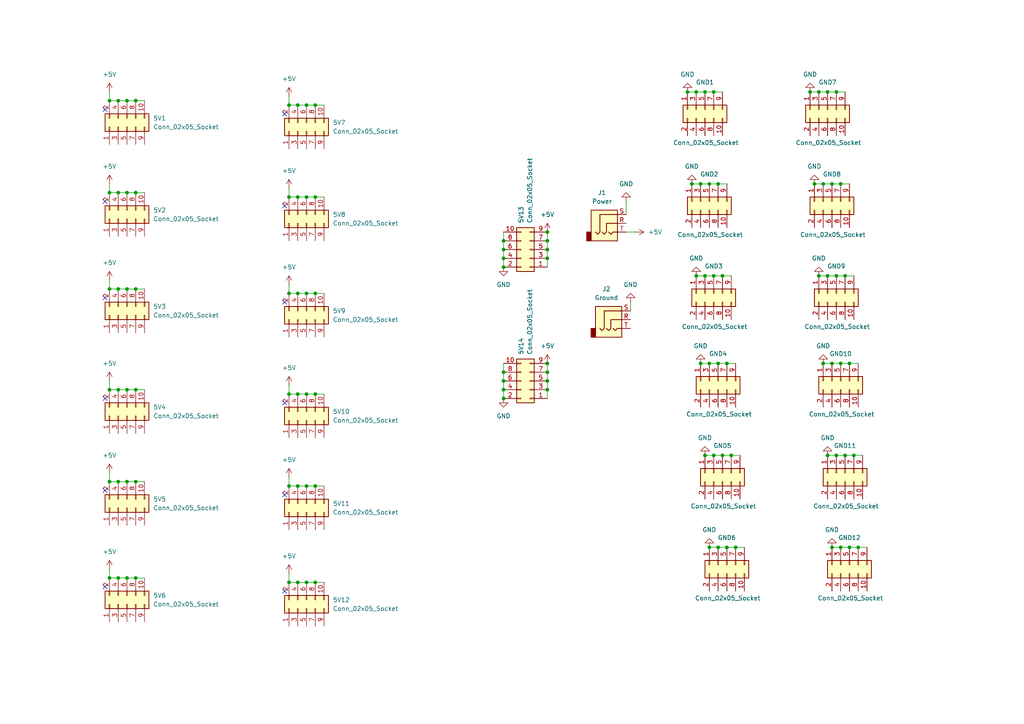
<source format=kicad_sch>
(kicad_sch (version 20231120) (generator "eeschema") (generator_version "8.0")
  (paper "A4")
  (lib_symbols
    (symbol "Connector_Audio:AudioJack3"
      (property "Reference" "J" (at 0 8.89 0))
      (property "Value" "AudioJack3" (at 0 6.35 0))
      (symbol "AudioJack3_0_1"
        (rectangle (start -5.08 -5.08) (end -6.35 -2.54) (stroke (width 0.254)) (fill (type outline)))
        (polyline (pts (xy 0 -2.54) (xy 0.635 -3.175) (xy 1.27 -2.54) (xy 2.54 -2.54)) (stroke (width 0.254)))
        (polyline (pts (xy -1.905 -2.54) (xy -1.27 -3.175) (xy -0.635 -2.54) (xy -0.635 0) (xy 2.54 0)) (stroke (width 0.254)))
        (polyline (pts (xy 2.54 2.54) (xy -2.54 2.54) (xy -2.54 -2.54) (xy -3.175 -3.175) (xy -3.81 -2.54)) (stroke (width 0.254)))
        (rectangle (start 2.54 3.81) (end -5.08 -5.08) (stroke (width 0.254)) (fill (type background)))
      )
      (symbol "AudioJack3_1_1"
        (pin passive line (at 5.08 0 180) (length 2.54) (name "~") (number "R"))
        (pin passive line (at 5.08 2.54 180) (length 2.54) (name "~") (number "S"))
        (pin passive line (at 5.08 -2.54 180) (length 2.54) (name "~") (number "T"))
      )
    )
    (symbol "Connector_Generic:Conn_02x05_Odd_Even" (pin_names (offset 1.016) hide)
      (property "Reference" "J" (at 1.27 7.62 0))
      (property "Value" "Conn_02x05_Odd_Even" (at 1.27 -7.62 0))
      (symbol "Conn_02x05_Odd_Even_1_1"
        (rectangle (start -1.27 -4.953) (end 0 -5.207) (stroke (width 0.1524)))
        (rectangle (start -1.27 -2.413) (end 0 -2.667) (stroke (width 0.1524)))
        (rectangle (start -1.27 0.127) (end 0 -0.127) (stroke (width 0.1524)))
        (rectangle (start -1.27 2.667) (end 0 2.413) (stroke (width 0.1524)))
        (rectangle (start -1.27 5.207) (end 0 4.953) (stroke (width 0.1524)))
        (rectangle (start -1.27 6.35) (end 3.81 -6.35) (stroke (width 0.254)) (fill (type background)))
        (rectangle (start 3.81 -4.953) (end 2.54 -5.207) (stroke (width 0.1524)))
        (rectangle (start 3.81 -2.413) (end 2.54 -2.667) (stroke (width 0.1524)))
        (rectangle (start 3.81 0.127) (end 2.54 -0.127) (stroke (width 0.1524)))
        (rectangle (start 3.81 2.667) (end 2.54 2.413) (stroke (width 0.1524)))
        (rectangle (start 3.81 5.207) (end 2.54 4.953) (stroke (width 0.1524)))
        (pin passive line (at -5.08 5.08 0) (length 3.81) (name "Pin_1") (number "1"))
        (pin passive line (at 7.62 -5.08 180) (length 3.81) (name "Pin_10") (number "10"))
        (pin passive line (at 7.62 5.08 180) (length 3.81) (name "Pin_2") (number "2"))
        (pin passive line (at -5.08 2.54 0) (length 3.81) (name "Pin_3") (number "3"))
        (pin passive line (at 7.62 2.54 180) (length 3.81) (name "Pin_4") (number "4"))
        (pin passive line (at -5.08 0 0) (length 3.81) (name "Pin_5") (number "5"))
        (pin passive line (at 7.62 0 180) (length 3.81) (name "Pin_6") (number "6"))
        (pin passive line (at -5.08 -2.54 0) (length 3.81) (name "Pin_7") (number "7"))
        (pin passive line (at 7.62 -2.54 180) (length 3.81) (name "Pin_8") (number "8"))
        (pin passive line (at -5.08 -5.08 0) (length 3.81) (name "Pin_9") (number "9"))
      )
    )
    (symbol "power:+5V" (power) (pin_numbers hide) (pin_names (offset 0) hide)
      (property "Value" "+5V" (at 0 3.556 0))
      (symbol "+5V_0_1"
        (polyline (pts (xy -0.762 1.27) (xy 0 2.54)))
        (polyline (pts (xy 0 0) (xy 0 2.54)))
        (polyline (pts (xy 0 2.54) (xy 0.762 1.27)))
      )
      (symbol "+5V_1_1"
        (pin power_in line (at 0 0 90) (length 0) (name "~") (number "1"))
      )
    )
    (symbol "power:GND" (power) (pin_numbers hide) (pin_names (offset 0) hide)
      (property "Value" "GND" (at 0 -3.81 0))
      (symbol "GND_0_1"
        (polyline (pts (xy 0 0) (xy 0 -1.27) (xy 1.27 -1.27) (xy 0 -2.54) (xy -1.27 -1.27) (xy 0 -1.27)))
      )
      (symbol "GND_1_1"
        (pin power_in line (at 0 0 270) (length 0) (name "~") (number "1"))
      )
    )
  )
  (junction (at 36.83 29.21))
  (junction (at 247.65 132.08))
  (junction (at 158.75 74.93))
  (junction (at 34.29 167.64))
  (junction (at 88.9 140.97))
  (junction (at 243.84 105.41))
  (junction (at 208.28 53.34))
  (junction (at 241.3 53.34))
  (junction (at 210.82 105.41))
  (junction (at 34.29 29.21))
  (junction (at 201.93 80.01))
  (junction (at 204.47 80.01))
  (junction (at 31.75 167.64))
  (junction (at 39.37 139.7))
  (junction (at 83.82 30.48))
  (junction (at 242.57 132.08))
  (junction (at 240.03 26.67))
  (junction (at 204.47 132.08))
  (junction (at 146.05 74.93))
  (junction (at 31.75 113.03))
  (junction (at 242.57 80.01))
  (junction (at 39.37 29.21))
  (junction (at 34.29 83.82))
  (junction (at 83.82 85.09))
  (junction (at 158.75 110.49))
  (junction (at 245.11 132.08))
  (junction (at 86.36 30.48))
  (junction (at 31.75 29.21))
  (junction (at 146.05 69.85))
  (junction (at 88.9 57.15))
  (junction (at 34.29 113.03))
  (junction (at 243.84 158.75))
  (junction (at 204.47 26.67))
  (junction (at 36.83 83.82))
  (junction (at 207.01 80.01))
  (junction (at 146.05 72.39))
  (junction (at 158.75 69.85))
  (junction (at 91.44 114.3))
  (junction (at 241.3 158.75))
  (junction (at 88.9 114.3))
  (junction (at 34.29 139.7))
  (junction (at 243.84 53.34))
  (junction (at 88.9 85.09))
  (junction (at 238.76 53.34))
  (junction (at 91.44 140.97))
  (junction (at 158.75 113.03))
  (junction (at 240.03 132.08))
  (junction (at 34.29 55.88))
  (junction (at 208.28 105.41))
  (junction (at 39.37 83.82))
  (junction (at 83.82 114.3))
  (junction (at 146.05 107.95))
  (junction (at 209.55 80.01))
  (junction (at 213.36 158.75))
  (junction (at 36.83 55.88))
  (junction (at 91.44 30.48))
  (junction (at 158.75 72.39))
  (junction (at 88.9 168.91))
  (junction (at 248.92 158.75))
  (junction (at 245.11 80.01))
  (junction (at 83.82 57.15))
  (junction (at 31.75 83.82))
  (junction (at 203.2 105.41))
  (junction (at 201.93 26.67))
  (junction (at 242.57 26.67))
  (junction (at 205.74 53.34))
  (junction (at 88.9 30.48))
  (junction (at 83.82 140.97))
  (junction (at 207.01 26.67))
  (junction (at 86.36 168.91))
  (junction (at 210.82 158.75))
  (junction (at 207.01 132.08))
  (junction (at 212.09 132.08))
  (junction (at 36.83 167.64))
  (junction (at 158.75 105.41))
  (junction (at 238.76 105.41))
  (junction (at 236.22 53.34))
  (junction (at 86.36 85.09))
  (junction (at 158.75 107.95))
  (junction (at 91.44 85.09))
  (junction (at 36.83 113.03))
  (junction (at 203.2 53.34))
  (junction (at 146.05 113.03))
  (junction (at 39.37 167.64))
  (junction (at 86.36 140.97))
  (junction (at 246.38 105.41))
  (junction (at 91.44 168.91))
  (junction (at 208.28 158.75))
  (junction (at 86.36 57.15))
  (junction (at 158.75 67.31))
  (junction (at 146.05 77.47))
  (junction (at 39.37 113.03))
  (junction (at 146.05 110.49))
  (junction (at 36.83 139.7))
  (junction (at 31.75 139.7))
  (junction (at 241.3 105.41))
  (junction (at 39.37 55.88))
  (junction (at 240.03 80.01))
  (junction (at 237.49 80.01))
  (junction (at 237.49 26.67))
  (junction (at 146.05 115.57))
  (junction (at 234.95 26.67))
  (junction (at 91.44 57.15))
  (junction (at 200.66 53.34))
  (junction (at 205.74 105.41))
  (junction (at 83.82 168.91))
  (junction (at 86.36 114.3))
  (junction (at 246.38 158.75))
  (junction (at 205.74 158.75))
  (junction (at 31.75 55.88))
  (junction (at 209.55 132.08))
  (junction (at 199.39 26.67))
  (no_connect (at 82.55 59.69))
  (no_connect (at 82.55 33.02))
  (no_connect (at 82.55 143.51))
  (no_connect (at 30.48 142.24))
  (no_connect (at 30.48 86.36))
  (no_connect (at 30.48 58.42))
  (no_connect (at 82.55 116.84))
  (no_connect (at 82.55 87.63))
  (no_connect (at 30.48 170.18))
  (no_connect (at 82.55 171.45))
  (no_connect (at 30.48 31.75))
  (no_connect (at 30.48 115.57))
  (wire (pts (xy 146.05 110.49) (xy 146.05 113.03)))
  (wire (pts (xy 31.75 55.88) (xy 34.29 55.88)))
  (wire (pts (xy 31.75 55.88) (xy 31.75 53.34)))
  (wire (pts (xy 91.44 57.15) (xy 93.98 57.15)))
  (wire (pts (xy 146.05 105.41) (xy 146.05 107.95)))
  (wire (pts (xy 243.84 53.34) (xy 246.38 53.34)))
  (wire (pts (xy 245.11 80.01) (xy 247.65 80.01)))
  (wire (pts (xy 158.75 72.39) (xy 158.75 74.93)))
  (wire (pts (xy 203.2 105.41) (xy 205.74 105.41)))
  (wire (pts (xy 243.84 105.41) (xy 246.38 105.41)))
  (wire (pts (xy 31.75 29.21) (xy 31.75 26.67)))
  (wire (pts (xy 212.09 132.08) (xy 214.63 132.08)))
  (wire (pts (xy 83.82 114.3) (xy 83.82 111.76)))
  (wire (pts (xy 205.74 158.75) (xy 208.28 158.75)))
  (wire (pts (xy 208.28 105.41) (xy 210.82 105.41)))
  (wire (pts (xy 83.82 114.3) (xy 86.36 114.3)))
  (wire (pts (xy 205.74 64.77) (xy 205.74 66.04)))
  (wire (pts (xy 201.93 26.67) (xy 204.47 26.67)))
  (wire (pts (xy 204.47 80.01) (xy 207.01 80.01)))
  (wire (pts (xy 34.29 113.03) (xy 36.83 113.03)))
  (wire (pts (xy 31.75 83.82) (xy 34.29 83.82)))
  (wire (pts (xy 83.82 57.15) (xy 83.82 54.61)))
  (wire (pts (xy 83.82 57.15) (xy 86.36 57.15)))
  (wire (pts (xy 158.75 69.85) (xy 158.75 72.39)))
  (wire (pts (xy 83.82 85.09) (xy 86.36 85.09)))
  (wire (pts (xy 91.44 168.91) (xy 93.98 168.91)))
  (wire (pts (xy 210.82 105.41) (xy 213.36 105.41)))
  (wire (pts (xy 31.75 139.7) (xy 31.75 137.16)))
  (wire (pts (xy 246.38 158.75) (xy 248.92 158.75)))
  (wire (pts (xy 83.82 140.97) (xy 86.36 140.97)))
  (wire (pts (xy 86.36 57.15) (xy 88.9 57.15)))
  (wire (pts (xy 34.29 139.7) (xy 36.83 139.7)))
  (wire (pts (xy 248.92 158.75) (xy 251.46 158.75)))
  (wire (pts (xy 39.37 113.03) (xy 41.91 113.03)))
  (wire (pts (xy 34.29 29.21) (xy 36.83 29.21)))
  (wire (pts (xy 238.76 105.41) (xy 241.3 105.41)))
  (wire (pts (xy 208.28 53.34) (xy 210.82 53.34)))
  (wire (pts (xy 39.37 29.21) (xy 41.91 29.21)))
  (wire (pts (xy 39.37 139.7) (xy 41.91 139.7)))
  (wire (pts (xy 181.61 58.42) (xy 181.61 62.23)))
  (wire (pts (xy 205.74 53.34) (xy 208.28 53.34)))
  (wire (pts (xy 241.3 105.41) (xy 243.84 105.41)))
  (wire (pts (xy 83.82 168.91) (xy 83.82 166.37)))
  (wire (pts (xy 208.28 116.84) (xy 208.28 118.11)))
  (wire (pts (xy 34.29 167.64) (xy 36.83 167.64)))
  (wire (pts (xy 207.01 91.44) (xy 207.01 92.71)))
  (wire (pts (xy 246.38 170.18) (xy 246.38 171.45)))
  (wire (pts (xy 242.57 26.67) (xy 245.11 26.67)))
  (wire (pts (xy 245.11 143.51) (xy 245.11 144.78)))
  (wire (pts (xy 88.9 114.3) (xy 91.44 114.3)))
  (wire (pts (xy 83.82 30.48) (xy 86.36 30.48)))
  (wire (pts (xy 204.47 38.1) (xy 204.47 39.37)))
  (wire (pts (xy 243.84 116.84) (xy 243.84 118.11)))
  (wire (pts (xy 36.83 55.88) (xy 39.37 55.88)))
  (wire (pts (xy 240.03 38.1) (xy 240.03 39.37)))
  (wire (pts (xy 91.44 85.09) (xy 93.98 85.09)))
  (wire (pts (xy 209.55 143.51) (xy 209.55 144.78)))
  (wire (pts (xy 210.82 158.75) (xy 213.36 158.75)))
  (wire (pts (xy 209.55 132.08) (xy 212.09 132.08)))
  (wire (pts (xy 83.82 168.91) (xy 86.36 168.91)))
  (wire (pts (xy 237.49 26.67) (xy 240.03 26.67)))
  (wire (pts (xy 31.75 29.21) (xy 34.29 29.21)))
  (wire (pts (xy 241.3 158.75) (xy 243.84 158.75)))
  (wire (pts (xy 36.83 139.7) (xy 39.37 139.7)))
  (wire (pts (xy 242.57 91.44) (xy 242.57 92.71)))
  (wire (pts (xy 240.03 80.01) (xy 242.57 80.01)))
  (wire (pts (xy 91.44 114.3) (xy 93.98 114.3)))
  (wire (pts (xy 246.38 105.41) (xy 248.92 105.41)))
  (wire (pts (xy 158.75 113.03) (xy 158.75 115.57)))
  (wire (pts (xy 36.83 83.82) (xy 39.37 83.82)))
  (wire (pts (xy 158.75 67.31) (xy 158.75 69.85)))
  (wire (pts (xy 88.9 85.09) (xy 91.44 85.09)))
  (wire (pts (xy 240.03 26.67) (xy 242.57 26.67)))
  (wire (pts (xy 146.05 74.93) (xy 146.05 77.47)))
  (wire (pts (xy 204.47 26.67) (xy 207.01 26.67)))
  (wire (pts (xy 83.82 140.97) (xy 83.82 138.43)))
  (wire (pts (xy 213.36 158.75) (xy 215.9 158.75)))
  (wire (pts (xy 208.28 158.75) (xy 210.82 158.75)))
  (wire (pts (xy 36.83 29.21) (xy 39.37 29.21)))
  (wire (pts (xy 199.39 26.67) (xy 201.93 26.67)))
  (wire (pts (xy 200.66 53.34) (xy 203.2 53.34)))
  (wire (pts (xy 240.03 132.08) (xy 242.57 132.08)))
  (wire (pts (xy 146.05 113.03) (xy 146.05 115.57)))
  (wire (pts (xy 31.75 83.82) (xy 31.75 81.28)))
  (wire (pts (xy 182.88 87.63) (xy 182.88 90.17)))
  (wire (pts (xy 184.15 67.31) (xy 181.61 67.31)))
  (wire (pts (xy 210.82 170.18) (xy 210.82 171.45)))
  (wire (pts (xy 39.37 167.64) (xy 41.91 167.64)))
  (wire (pts (xy 245.11 132.08) (xy 247.65 132.08)))
  (wire (pts (xy 146.05 107.95) (xy 146.05 110.49)))
  (wire (pts (xy 146.05 69.85) (xy 146.05 72.39)))
  (wire (pts (xy 34.29 55.88) (xy 36.83 55.88)))
  (wire (pts (xy 31.75 167.64) (xy 31.75 165.1)))
  (wire (pts (xy 88.9 30.48) (xy 91.44 30.48)))
  (wire (pts (xy 158.75 74.93) (xy 158.75 77.47)))
  (wire (pts (xy 204.47 132.08) (xy 207.01 132.08)))
  (wire (pts (xy 83.82 85.09) (xy 83.82 82.55)))
  (wire (pts (xy 146.05 67.31) (xy 146.05 69.85)))
  (wire (pts (xy 36.83 113.03) (xy 39.37 113.03)))
  (wire (pts (xy 31.75 113.03) (xy 31.75 110.49)))
  (wire (pts (xy 205.74 105.41) (xy 208.28 105.41)))
  (wire (pts (xy 86.36 30.48) (xy 88.9 30.48)))
  (wire (pts (xy 238.76 53.34) (xy 241.3 53.34)))
  (wire (pts (xy 83.82 30.48) (xy 83.82 27.94)))
  (wire (pts (xy 31.75 167.64) (xy 34.29 167.64)))
  (wire (pts (xy 88.9 57.15) (xy 91.44 57.15)))
  (wire (pts (xy 39.37 83.82) (xy 41.91 83.82)))
  (wire (pts (xy 158.75 110.49) (xy 158.75 113.03)))
  (wire (pts (xy 86.36 114.3) (xy 88.9 114.3)))
  (wire (pts (xy 158.75 105.41) (xy 158.75 107.95)))
  (wire (pts (xy 243.84 158.75) (xy 246.38 158.75)))
  (wire (pts (xy 158.75 107.95) (xy 158.75 110.49)))
  (wire (pts (xy 241.3 53.34) (xy 243.84 53.34)))
  (wire (pts (xy 146.05 72.39) (xy 146.05 74.93)))
  (wire (pts (xy 201.93 80.01) (xy 204.47 80.01)))
  (wire (pts (xy 86.36 168.91) (xy 88.9 168.91)))
  (wire (pts (xy 91.44 140.97) (xy 93.98 140.97)))
  (wire (pts (xy 34.29 83.82) (xy 36.83 83.82)))
  (wire (pts (xy 236.22 53.34) (xy 238.76 53.34)))
  (wire (pts (xy 203.2 53.34) (xy 205.74 53.34)))
  (wire (pts (xy 31.75 113.03) (xy 34.29 113.03)))
  (wire (pts (xy 88.9 168.91) (xy 91.44 168.91)))
  (wire (pts (xy 207.01 80.01) (xy 209.55 80.01)))
  (wire (pts (xy 247.65 132.08) (xy 250.19 132.08)))
  (wire (pts (xy 31.75 139.7) (xy 34.29 139.7)))
  (wire (pts (xy 88.9 140.97) (xy 91.44 140.97)))
  (wire (pts (xy 237.49 80.01) (xy 240.03 80.01)))
  (wire (pts (xy 242.57 132.08) (xy 245.11 132.08)))
  (wire (pts (xy 86.36 140.97) (xy 88.9 140.97)))
  (wire (pts (xy 234.95 26.67) (xy 237.49 26.67)))
  (wire (pts (xy 207.01 132.08) (xy 209.55 132.08)))
  (wire (pts (xy 39.37 55.88) (xy 41.91 55.88)))
  (wire (pts (xy 242.57 80.01) (xy 245.11 80.01)))
  (wire (pts (xy 207.01 26.67) (xy 209.55 26.67)))
  (wire (pts (xy 86.36 85.09) (xy 88.9 85.09)))
  (wire (pts (xy 209.55 80.01) (xy 212.09 80.01)))
  (wire (pts (xy 91.44 30.48) (xy 93.98 30.48)))
  (wire (pts (xy 36.83 167.64) (xy 39.37 167.64)))
  (wire (pts (xy 241.3 64.77) (xy 241.3 66.04)))
  (symbol (lib_id "Connector_Generic:Conn_02x05_Odd_Even") (at 210.82 163.83 90) (mirror x) (unit 1)
    (property "Reference" "GND6" (at 210.82 155.956 90))
    (property "Value" "Conn_02x05_Socket" (at 211.074 173.482 90))
    (property "Footprint" "Connector_PinSocket_2.54mm:PinSocket_2x05_P2.54mm_Vertical" (effects (hide yes)))
    (property "Description" "Generic connector, double row, 02x05, odd/even pin numbering scheme (row 1 odd numbers, row 2 even numbers), script generated (kicad-library-utils/schlib/autogen/connector/)" (effects (hide yes)))
  )
  (symbol (lib_id "Connector_Generic:Conn_02x05_Odd_Even") (at 88.9 176.53 90) (unit 1)
    (property "Reference" "5V12" (at 96.52 173.9899 90) (effects (justify right)))
    (property "Value" "Conn_02x05_Socket" (at 96.52 176.5299 90) (effects (justify right)))
    (property "Footprint" "Connector_PinSocket_2.54mm:PinSocket_2x05_P2.54mm_Vertical" (effects (hide yes)))
    (property "Description" "Generic connector, double row, 02x05, odd/even pin numbering scheme (row 1 odd numbers, row 2 even numbers), script generated (kicad-library-utils/schlib/autogen/connector/)" (effects (hide yes)))
  )
  (symbol (lib_id "power:GND") (at 241.3 158.75 180) (unit 1)
    (property "Reference" "#PWR024" (effects (hide yes)))
    (property "Value" "GND" (at 241.3 153.67 0))
    (property "Description" "Power symbol creates a global label with name \"GND\" , ground" (effects (hide yes)))
  )
  (symbol (lib_id "Connector_Generic:Conn_02x05_Odd_Even") (at 207.01 85.09 90) (mirror x) (unit 1)
    (property "Reference" "GND3" (at 207.01 77.216 90))
    (property "Value" "Conn_02x05_Socket" (at 207.264 94.742 90))
    (property "Footprint" "Connector_PinSocket_2.54mm:PinSocket_2x05_P2.54mm_Vertical" (effects (hide yes)))
    (property "Description" "Generic connector, double row, 02x05, odd/even pin numbering scheme (row 1 odd numbers, row 2 even numbers), script generated (kicad-library-utils/schlib/autogen/connector/)" (effects (hide yes)))
  )
  (symbol (lib_id "Connector_Generic:Conn_02x05_Odd_Even") (at 240.03 31.75 90) (mirror x) (unit 1)
    (property "Reference" "GND7" (at 240.03 23.876 90))
    (property "Value" "Conn_02x05_Socket" (at 240.284 41.402 90))
    (property "Footprint" "Connector_PinSocket_2.54mm:PinSocket_2x05_P2.54mm_Vertical" (effects (hide yes)))
    (property "Description" "Generic connector, double row, 02x05, odd/even pin numbering scheme (row 1 odd numbers, row 2 even numbers), script generated (kicad-library-utils/schlib/autogen/connector/)" (effects (hide yes)))
  )
  (symbol (lib_id "Connector_Generic:Conn_02x05_Odd_Even") (at 36.83 36.83 90) (unit 1)
    (property "Reference" "5V1" (at 44.45 34.2899 90) (effects (justify right)))
    (property "Value" "Conn_02x05_Socket" (at 44.45 36.8299 90) (effects (justify right)))
    (property "Footprint" "Connector_PinSocket_2.54mm:PinSocket_2x05_P2.54mm_Vertical" (effects (hide yes)))
    (property "Description" "Generic connector, double row, 02x05, odd/even pin numbering scheme (row 1 odd numbers, row 2 even numbers), script generated (kicad-library-utils/schlib/autogen/connector/)" (effects (hide yes)))
  )
  (symbol (lib_id "Connector_Generic:Conn_02x05_Odd_Even") (at 88.9 92.71 90) (unit 1)
    (property "Reference" "5V9" (at 96.52 90.1699 90) (effects (justify right)))
    (property "Value" "Conn_02x05_Socket" (at 96.52 92.7099 90) (effects (justify right)))
    (property "Footprint" "Connector_PinSocket_2.54mm:PinSocket_2x05_P2.54mm_Vertical" (effects (hide yes)))
    (property "Description" "Generic connector, double row, 02x05, odd/even pin numbering scheme (row 1 odd numbers, row 2 even numbers), script generated (kicad-library-utils/schlib/autogen/connector/)" (effects (hide yes)))
  )
  (symbol (lib_id "power:GND") (at 146.05 115.57 0) (unit 1)
    (property "Reference" "#PWR027" (effects (hide yes)))
    (property "Value" "GND" (at 146.05 120.65 0))
    (property "Description" "Power symbol creates a global label with name \"GND\" , ground" (effects (hide yes)))
  )
  (symbol (lib_id "power:+5V") (at 158.75 67.31 0) (unit 1)
    (property "Reference" "#PWR025" (effects (hide yes)))
    (property "Value" "+5V" (at 158.75 62.23 0))
    (property "Description" "Power symbol creates a global label with name \"+5V\"" (effects (hide yes)))
  )
  (symbol (lib_id "Connector_Generic:Conn_02x05_Odd_Even") (at 242.57 85.09 90) (mirror x) (unit 1)
    (property "Reference" "GND9" (at 242.57 77.216 90))
    (property "Value" "Conn_02x05_Socket" (at 242.824 94.742 90))
    (property "Footprint" "Connector_PinSocket_2.54mm:PinSocket_2x05_P2.54mm_Vertical" (effects (hide yes)))
    (property "Description" "Generic connector, double row, 02x05, odd/even pin numbering scheme (row 1 odd numbers, row 2 even numbers), script generated (kicad-library-utils/schlib/autogen/connector/)" (effects (hide yes)))
  )
  (symbol (lib_id "power:+5V") (at 31.75 81.28 0) (unit 1)
    (property "Reference" "#PWR07" (effects (hide yes)))
    (property "Value" "+5V" (at 31.75 76.2 0))
    (property "Description" "Power symbol creates a global label with name \"+5V\"" (effects (hide yes)))
  )
  (symbol (lib_id "power:+5V") (at 31.75 137.16 0) (unit 1)
    (property "Reference" "#PWR09" (effects (hide yes)))
    (property "Value" "+5V" (at 31.75 132.08 0))
    (property "Description" "Power symbol creates a global label with name \"+5V\"" (effects (hide yes)))
  )
  (symbol (lib_id "power:+5V") (at 83.82 138.43 0) (unit 1)
    (property "Reference" "#PWR017" (effects (hide yes)))
    (property "Value" "+5V" (at 83.82 133.35 0))
    (property "Description" "Power symbol creates a global label with name \"+5V\"" (effects (hide yes)))
  )
  (symbol (lib_id "power:+5V") (at 31.75 26.67 0) (unit 1)
    (property "Reference" "#PWR01" (effects (hide yes)))
    (property "Value" "+5V" (at 31.75 21.59 0))
    (property "Description" "Power symbol creates a global label with name \"+5V\"" (effects (hide yes)))
  )
  (symbol (lib_id "Connector_Generic:Conn_02x05_Odd_Even") (at 88.9 64.77 90) (unit 1)
    (property "Reference" "5V8" (at 96.52 62.2299 90) (effects (justify right)))
    (property "Value" "Conn_02x05_Socket" (at 96.52 64.7699 90) (effects (justify right)))
    (property "Footprint" "Connector_PinSocket_2.54mm:PinSocket_2x05_P2.54mm_Vertical" (effects (hide yes)))
    (property "Description" "Generic connector, double row, 02x05, odd/even pin numbering scheme (row 1 odd numbers, row 2 even numbers), script generated (kicad-library-utils/schlib/autogen/connector/)" (effects (hide yes)))
  )
  (symbol (lib_id "power:GND") (at 199.39 26.67 180) (unit 1)
    (property "Reference" "#PWR05" (effects (hide yes)))
    (property "Value" "GND" (at 199.39 21.59 0))
    (property "Description" "Power symbol creates a global label with name \"GND\" , ground" (effects (hide yes)))
  )
  (symbol (lib_id "Connector_Generic:Conn_02x05_Odd_Even") (at 36.83 91.44 90) (unit 1)
    (property "Reference" "5V3" (at 44.45 88.8999 90) (effects (justify right)))
    (property "Value" "Conn_02x05_Socket" (at 44.45 91.4399 90) (effects (justify right)))
    (property "Footprint" "Connector_PinSocket_2.54mm:PinSocket_2x05_P2.54mm_Vertical" (effects (hide yes)))
    (property "Description" "Generic connector, double row, 02x05, odd/even pin numbering scheme (row 1 odd numbers, row 2 even numbers), script generated (kicad-library-utils/schlib/autogen/connector/)" (effects (hide yes)))
  )
  (symbol (lib_id "Connector_Audio:AudioJack3") (at 177.8 92.71 0) (unit 1)
    (property "Reference" "J2" (at 175.895 83.82 0))
    (property "Value" "Ground" (at 175.895 86.36 0))
    (property "Footprint" "BreadModular_AudioJacks:Jack_3.5mm_QingPu_WQP-PJ366ST_Vertical" (effects (hide yes)))
    (property "Description" "Audio Jack, 3 Poles (Stereo / TRS)" (effects (hide yes)))
  )
  (symbol (lib_id "power:+5V") (at 83.82 54.61 0) (unit 1)
    (property "Reference" "#PWR014" (effects (hide yes)))
    (property "Value" "+5V" (at 83.82 49.53 0))
    (property "Description" "Power symbol creates a global label with name \"+5V\"" (effects (hide yes)))
  )
  (symbol (lib_id "Connector_Generic:Conn_02x05_Odd_Even") (at 209.55 137.16 90) (mirror x) (unit 1)
    (property "Reference" "GND5" (at 209.55 129.286 90))
    (property "Value" "Conn_02x05_Socket" (at 209.804 146.812 90))
    (property "Footprint" "Connector_PinSocket_2.54mm:PinSocket_2x05_P2.54mm_Vertical" (effects (hide yes)))
    (property "Description" "Generic connector, double row, 02x05, odd/even pin numbering scheme (row 1 odd numbers, row 2 even numbers), script generated (kicad-library-utils/schlib/autogen/connector/)" (effects (hide yes)))
  )
  (symbol (lib_id "Connector_Generic:Conn_02x05_Odd_Even") (at 36.83 120.65 90) (unit 1)
    (property "Reference" "5V4" (at 44.45 118.1099 90) (effects (justify right)))
    (property "Value" "Conn_02x05_Socket" (at 44.45 120.6499 90) (effects (justify right)))
    (property "Footprint" "Connector_PinSocket_2.54mm:PinSocket_2x05_P2.54mm_Vertical" (effects (hide yes)))
    (property "Description" "Generic connector, double row, 02x05, odd/even pin numbering scheme (row 1 odd numbers, row 2 even numbers), script generated (kicad-library-utils/schlib/autogen/connector/)" (effects (hide yes)))
  )
  (symbol (lib_id "Connector_Generic:Conn_02x05_Odd_Even") (at 36.83 147.32 90) (unit 1)
    (property "Reference" "5V5" (at 44.45 144.7799 90) (effects (justify right)))
    (property "Value" "Conn_02x05_Socket" (at 44.45 147.3199 90) (effects (justify right)))
    (property "Footprint" "Connector_PinSocket_2.54mm:PinSocket_2x05_P2.54mm_Vertical" (effects (hide yes)))
    (property "Description" "Generic connector, double row, 02x05, odd/even pin numbering scheme (row 1 odd numbers, row 2 even numbers), script generated (kicad-library-utils/schlib/autogen/connector/)" (effects (hide yes)))
  )
  (symbol (lib_id "power:+5V") (at 83.82 166.37 0) (unit 1)
    (property "Reference" "#PWR018" (effects (hide yes)))
    (property "Value" "+5V" (at 83.82 161.29 0))
    (property "Description" "Power symbol creates a global label with name \"+5V\"" (effects (hide yes)))
  )
  (symbol (lib_id "power:GND") (at 240.03 132.08 180) (unit 1)
    (property "Reference" "#PWR023" (effects (hide yes)))
    (property "Value" "GND" (at 240.03 127 0))
    (property "Description" "Power symbol creates a global label with name \"GND\" , ground" (effects (hide yes)))
  )
  (symbol (lib_id "Connector_Generic:Conn_02x05_Odd_Even") (at 36.83 63.5 90) (unit 1)
    (property "Reference" "5V2" (at 44.45 60.9599 90) (effects (justify right)))
    (property "Value" "Conn_02x05_Socket" (at 44.45 63.4999 90) (effects (justify right)))
    (property "Footprint" "Connector_PinSocket_2.54mm:PinSocket_2x05_P2.54mm_Vertical" (effects (hide yes)))
    (property "Description" "Generic connector, double row, 02x05, odd/even pin numbering scheme (row 1 odd numbers, row 2 even numbers), script generated (kicad-library-utils/schlib/autogen/connector/)" (effects (hide yes)))
  )
  (symbol (lib_id "Connector_Generic:Conn_02x05_Odd_Even") (at 88.9 38.1 90) (unit 1)
    (property "Reference" "5V7" (at 96.52 35.5599 90) (effects (justify right)))
    (property "Value" "Conn_02x05_Socket" (at 96.52 38.0999 90) (effects (justify right)))
    (property "Footprint" "Connector_PinSocket_2.54mm:PinSocket_2x05_P2.54mm_Vertical" (effects (hide yes)))
    (property "Description" "Generic connector, double row, 02x05, odd/even pin numbering scheme (row 1 odd numbers, row 2 even numbers), script generated (kicad-library-utils/schlib/autogen/connector/)" (effects (hide yes)))
  )
  (symbol (lib_id "power:+5V") (at 31.75 110.49 0) (unit 1)
    (property "Reference" "#PWR08" (effects (hide yes)))
    (property "Value" "+5V" (at 31.75 105.41 0))
    (property "Description" "Power symbol creates a global label with name \"+5V\"" (effects (hide yes)))
  )
  (symbol (lib_id "Connector_Audio:AudioJack3") (at 176.53 64.77 0) (unit 1)
    (property "Reference" "J1" (at 174.625 55.88 0))
    (property "Value" "Power" (at 174.625 58.42 0))
    (property "Footprint" "BreadModular_AudioJacks:Jack_3.5mm_QingPu_WQP-PJ366ST_Vertical" (effects (hide yes)))
    (property "Description" "Audio Jack, 3 Poles (Stereo / TRS)" (effects (hide yes)))
  )
  (symbol (lib_id "power:GND") (at 181.61 58.42 180) (unit 1)
    (property "Reference" "#PWR030" (effects (hide yes)))
    (property "Value" "GND" (at 181.61 53.34 0))
    (property "Description" "Power symbol creates a global label with name \"GND\" , ground" (effects (hide yes)))
  )
  (symbol (lib_id "Connector_Generic:Conn_02x05_Odd_Even") (at 205.74 58.42 90) (mirror x) (unit 1)
    (property "Reference" "GND2" (at 205.74 50.546 90))
    (property "Value" "Conn_02x05_Socket" (at 205.994 68.072 90))
    (property "Footprint" "Connector_PinSocket_2.54mm:PinSocket_2x05_P2.54mm_Vertical" (effects (hide yes)))
    (property "Description" "Generic connector, double row, 02x05, odd/even pin numbering scheme (row 1 odd numbers, row 2 even numbers), script generated (kicad-library-utils/schlib/autogen/connector/)" (effects (hide yes)))
  )
  (symbol (lib_id "Connector_Generic:Conn_02x05_Odd_Even") (at 246.38 163.83 90) (mirror x) (unit 1)
    (property "Reference" "GND12" (at 246.38 155.956 90))
    (property "Value" "Conn_02x05_Socket" (at 246.634 173.482 90))
    (property "Footprint" "Connector_PinSocket_2.54mm:PinSocket_2x05_P2.54mm_Vertical" (effects (hide yes)))
    (property "Description" "Generic connector, double row, 02x05, odd/even pin numbering scheme (row 1 odd numbers, row 2 even numbers), script generated (kicad-library-utils/schlib/autogen/connector/)" (effects (hide yes)))
  )
  (symbol (lib_id "power:GND") (at 237.49 80.01 180) (unit 1)
    (property "Reference" "#PWR021" (effects (hide yes)))
    (property "Value" "GND" (at 237.49 74.93 0))
    (property "Description" "Power symbol creates a global label with name \"GND\" , ground" (effects (hide yes)))
  )
  (symbol (lib_id "power:GND") (at 238.76 105.41 180) (unit 1)
    (property "Reference" "#PWR022" (effects (hide yes)))
    (property "Value" "GND" (at 238.76 100.33 0))
    (property "Description" "Power symbol creates a global label with name \"GND\" , ground" (effects (hide yes)))
  )
  (symbol (lib_id "Connector_Generic:Conn_02x05_Odd_Even") (at 153.67 72.39 180) (unit 1)
    (property "Reference" "5V13" (at 151.1299 64.77 90) (effects (justify right)))
    (property "Value" "Conn_02x05_Socket" (at 153.6699 64.77 90) (effects (justify right)))
    (property "Footprint" "Connector_PinSocket_2.54mm:PinSocket_2x05_P2.54mm_Vertical" (effects (hide yes)))
    (property "Description" "Generic connector, double row, 02x05, odd/even pin numbering scheme (row 1 odd numbers, row 2 even numbers), script generated (kicad-library-utils/schlib/autogen/connector/)" (effects (hide yes)))
  )
  (symbol (lib_id "Connector_Generic:Conn_02x05_Odd_Even") (at 241.3 58.42 90) (mirror x) (unit 1)
    (property "Reference" "GND8" (at 241.3 50.546 90))
    (property "Value" "Conn_02x05_Socket" (at 241.554 68.072 90))
    (property "Footprint" "Connector_PinSocket_2.54mm:PinSocket_2x05_P2.54mm_Vertical" (effects (hide yes)))
    (property "Description" "Generic connector, double row, 02x05, odd/even pin numbering scheme (row 1 odd numbers, row 2 even numbers), script generated (kicad-library-utils/schlib/autogen/connector/)" (effects (hide yes)))
  )
  (symbol (lib_id "Connector_Generic:Conn_02x05_Odd_Even") (at 36.83 175.26 90) (unit 1)
    (property "Reference" "5V6" (at 44.45 172.7199 90) (effects (justify right)))
    (property "Value" "Conn_02x05_Socket" (at 44.45 175.2599 90) (effects (justify right)))
    (property "Footprint" "Connector_PinSocket_2.54mm:PinSocket_2x05_P2.54mm_Vertical" (effects (hide yes)))
    (property "Description" "Generic connector, double row, 02x05, odd/even pin numbering scheme (row 1 odd numbers, row 2 even numbers), script generated (kicad-library-utils/schlib/autogen/connector/)" (effects (hide yes)))
  )
  (symbol (lib_id "power:+5V") (at 158.75 105.41 0) (unit 1)
    (property "Reference" "#PWR028" (effects (hide yes)))
    (property "Value" "+5V" (at 158.75 100.33 0))
    (property "Description" "Power symbol creates a global label with name \"+5V\"" (effects (hide yes)))
  )
  (symbol (lib_id "Connector_Generic:Conn_02x05_Odd_Even") (at 88.9 148.59 90) (unit 1)
    (property "Reference" "5V11" (at 96.52 146.0499 90) (effects (justify right)))
    (property "Value" "Conn_02x05_Socket" (at 96.52 148.5899 90) (effects (justify right)))
    (property "Footprint" "Connector_PinSocket_2.54mm:PinSocket_2x05_P2.54mm_Vertical" (effects (hide yes)))
    (property "Description" "Generic connector, double row, 02x05, odd/even pin numbering scheme (row 1 odd numbers, row 2 even numbers), script generated (kicad-library-utils/schlib/autogen/connector/)" (effects (hide yes)))
  )
  (symbol (lib_id "power:GND") (at 201.93 80.01 180) (unit 1)
    (property "Reference" "#PWR03" (effects (hide yes)))
    (property "Value" "GND" (at 201.93 74.93 0))
    (property "Description" "Power symbol creates a global label with name \"GND\" , ground" (effects (hide yes)))
  )
  (symbol (lib_id "Connector_Generic:Conn_02x05_Odd_Even") (at 153.67 110.49 180) (unit 1)
    (property "Reference" "5V14" (at 151.1299 102.87 90) (effects (justify right)))
    (property "Value" "Conn_02x05_Socket" (at 153.6699 102.87 90) (effects (justify right)))
    (property "Footprint" "Connector_PinSocket_2.54mm:PinSocket_2x05_P2.54mm_Vertical" (effects (hide yes)))
    (property "Description" "Generic connector, double row, 02x05, odd/even pin numbering scheme (row 1 odd numbers, row 2 even numbers), script generated (kicad-library-utils/schlib/autogen/connector/)" (effects (hide yes)))
  )
  (symbol (lib_id "power:+5V") (at 83.82 111.76 0) (unit 1)
    (property "Reference" "#PWR016" (effects (hide yes)))
    (property "Value" "+5V" (at 83.82 106.68 0))
    (property "Description" "Power symbol creates a global label with name \"+5V\"" (effects (hide yes)))
  )
  (symbol (lib_id "power:+5V") (at 83.82 82.55 0) (unit 1)
    (property "Reference" "#PWR015" (effects (hide yes)))
    (property "Value" "+5V" (at 83.82 77.47 0))
    (property "Description" "Power symbol creates a global label with name \"+5V\"" (effects (hide yes)))
  )
  (symbol (lib_id "power:GND") (at 146.05 77.47 0) (unit 1)
    (property "Reference" "#PWR026" (effects (hide yes)))
    (property "Value" "GND" (at 146.05 82.55 0))
    (property "Description" "Power symbol creates a global label with name \"GND\" , ground" (effects (hide yes)))
  )
  (symbol (lib_id "power:GND") (at 236.22 53.34 180) (unit 1)
    (property "Reference" "#PWR020" (effects (hide yes)))
    (property "Value" "GND" (at 236.22 48.26 0))
    (property "Description" "Power symbol creates a global label with name \"GND\" , ground" (effects (hide yes)))
  )
  (symbol (lib_id "Connector_Generic:Conn_02x05_Odd_Even") (at 243.84 110.49 90) (mirror x) (unit 1)
    (property "Reference" "GND10" (at 243.84 102.616 90))
    (property "Value" "Conn_02x05_Socket" (at 244.094 120.142 90))
    (property "Footprint" "Connector_PinSocket_2.54mm:PinSocket_2x05_P2.54mm_Vertical" (effects (hide yes)))
    (property "Description" "Generic connector, double row, 02x05, odd/even pin numbering scheme (row 1 odd numbers, row 2 even numbers), script generated (kicad-library-utils/schlib/autogen/connector/)" (effects (hide yes)))
  )
  (symbol (lib_id "power:GND") (at 234.95 26.67 180) (unit 1)
    (property "Reference" "#PWR019" (effects (hide yes)))
    (property "Value" "GND" (at 234.95 21.59 0))
    (property "Description" "Power symbol creates a global label with name \"GND\" , ground" (effects (hide yes)))
  )
  (symbol (lib_id "power:GND") (at 182.88 87.63 180) (unit 1)
    (property "Reference" "#PWR029" (effects (hide yes)))
    (property "Value" "GND" (at 182.88 82.55 0))
    (property "Description" "Power symbol creates a global label with name \"GND\" , ground" (effects (hide yes)))
  )
  (symbol (lib_id "power:GND") (at 204.47 132.08 180) (unit 1)
    (property "Reference" "#PWR011" (effects (hide yes)))
    (property "Value" "GND" (at 204.47 127 0))
    (property "Description" "Power symbol creates a global label with name \"GND\" , ground" (effects (hide yes)))
  )
  (symbol (lib_id "power:+5V") (at 31.75 53.34 0) (unit 1)
    (property "Reference" "#PWR06" (effects (hide yes)))
    (property "Value" "+5V" (at 31.75 48.26 0))
    (property "Description" "Power symbol creates a global label with name \"+5V\"" (effects (hide yes)))
  )
  (symbol (lib_id "Connector_Generic:Conn_02x05_Odd_Even") (at 88.9 121.92 90) (unit 1)
    (property "Reference" "5V10" (at 96.52 119.3799 90) (effects (justify right)))
    (property "Value" "Conn_02x05_Socket" (at 96.52 121.9199 90) (effects (justify right)))
    (property "Footprint" "Connector_PinSocket_2.54mm:PinSocket_2x05_P2.54mm_Vertical" (effects (hide yes)))
    (property "Description" "Generic connector, double row, 02x05, odd/even pin numbering scheme (row 1 odd numbers, row 2 even numbers), script generated (kicad-library-utils/schlib/autogen/connector/)" (effects (hide yes)))
  )
  (symbol (lib_id "power:GND") (at 200.66 53.34 180) (unit 1)
    (property "Reference" "#PWR02" (effects (hide yes)))
    (property "Value" "GND" (at 200.66 48.26 0))
    (property "Description" "Power symbol creates a global label with name \"GND\" , ground" (effects (hide yes)))
  )
  (symbol (lib_id "Connector_Generic:Conn_02x05_Odd_Even") (at 245.11 137.16 90) (mirror x) (unit 1)
    (property "Reference" "GND11" (at 245.11 129.286 90))
    (property "Value" "Conn_02x05_Socket" (at 245.364 146.812 90))
    (property "Footprint" "Connector_PinSocket_2.54mm:PinSocket_2x05_P2.54mm_Vertical" (effects (hide yes)))
    (property "Description" "Generic connector, double row, 02x05, odd/even pin numbering scheme (row 1 odd numbers, row 2 even numbers), script generated (kicad-library-utils/schlib/autogen/connector/)" (effects (hide yes)))
  )
  (symbol (lib_id "power:+5V") (at 83.82 27.94 0) (unit 1)
    (property "Reference" "#PWR013" (effects (hide yes)))
    (property "Value" "+5V" (at 83.82 22.86 0))
    (property "Description" "Power symbol creates a global label with name \"+5V\"" (effects (hide yes)))
  )
  (symbol (lib_id "power:+5V") (at 31.75 165.1 0) (unit 1)
    (property "Reference" "#PWR010" (effects (hide yes)))
    (property "Value" "+5V" (at 31.75 160.02 0))
    (property "Description" "Power symbol creates a global label with name \"+5V\"" (effects (hide yes)))
  )
  (symbol (lib_id "power:GND") (at 203.2 105.41 180) (unit 1)
    (property "Reference" "#PWR04" (effects (hide yes)))
    (property "Value" "GND" (at 203.2 100.33 0))
    (property "Description" "Power symbol creates a global label with name \"GND\" , ground" (effects (hide yes)))
  )
  (symbol (lib_id "power:+5V") (at 184.15 67.31 270) (unit 1)
    (property "Reference" "#PWR031" (effects (hide yes)))
    (property "Value" "+5V" (at 187.96 67.3099 90) (effects (justify left)))
    (property "Description" "Power symbol creates a global label with name \"+5V\"" (effects (hide yes)))
  )
  (symbol (lib_id "Connector_Generic:Conn_02x05_Odd_Even") (at 208.28 110.49 90) (mirror x) (unit 1)
    (property "Reference" "GND4" (at 208.28 102.616 90))
    (property "Value" "Conn_02x05_Socket" (at 208.534 120.142 90))
    (property "Footprint" "Connector_PinSocket_2.54mm:PinSocket_2x05_P2.54mm_Vertical" (effects (hide yes)))
    (property "Description" "Generic connector, double row, 02x05, odd/even pin numbering scheme (row 1 odd numbers, row 2 even numbers), script generated (kicad-library-utils/schlib/autogen/connector/)" (effects (hide yes)))
  )
  (symbol (lib_id "Connector_Generic:Conn_02x05_Odd_Even") (at 204.47 31.75 90) (mirror x) (unit 1)
    (property "Reference" "GND1" (at 204.47 23.876 90))
    (property "Value" "Conn_02x05_Socket" (at 204.724 41.402 90))
    (property "Footprint" "Connector_PinSocket_2.54mm:PinSocket_2x05_P2.54mm_Vertical" (effects (hide yes)))
    (property "Description" "Generic connector, double row, 02x05, odd/even pin numbering scheme (row 1 odd numbers, row 2 even numbers), script generated (kicad-library-utils/schlib/autogen/connector/)" (effects (hide yes)))
  )
  (symbol (lib_id "power:GND") (at 205.74 158.75 180) (unit 1)
    (property "Reference" "#PWR012" (effects (hide yes)))
    (property "Value" "GND" (at 205.74 153.67 0))
    (property "Description" "Power symbol creates a global label with name \"GND\" , ground" (effects (hide yes)))
  )
)
</source>
